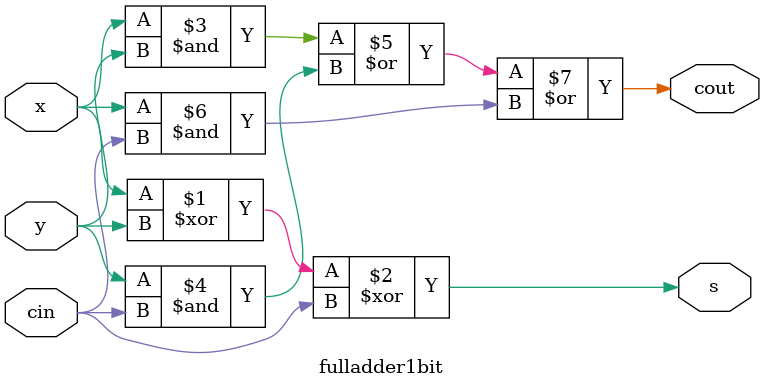
<source format=v>
module fulladder1bit(
input x,y,cin,
output s,cout);

assign s=x^y^cin;
assign cout=(x&y)|(y&cin)|(x&cin);
endmodule
</source>
